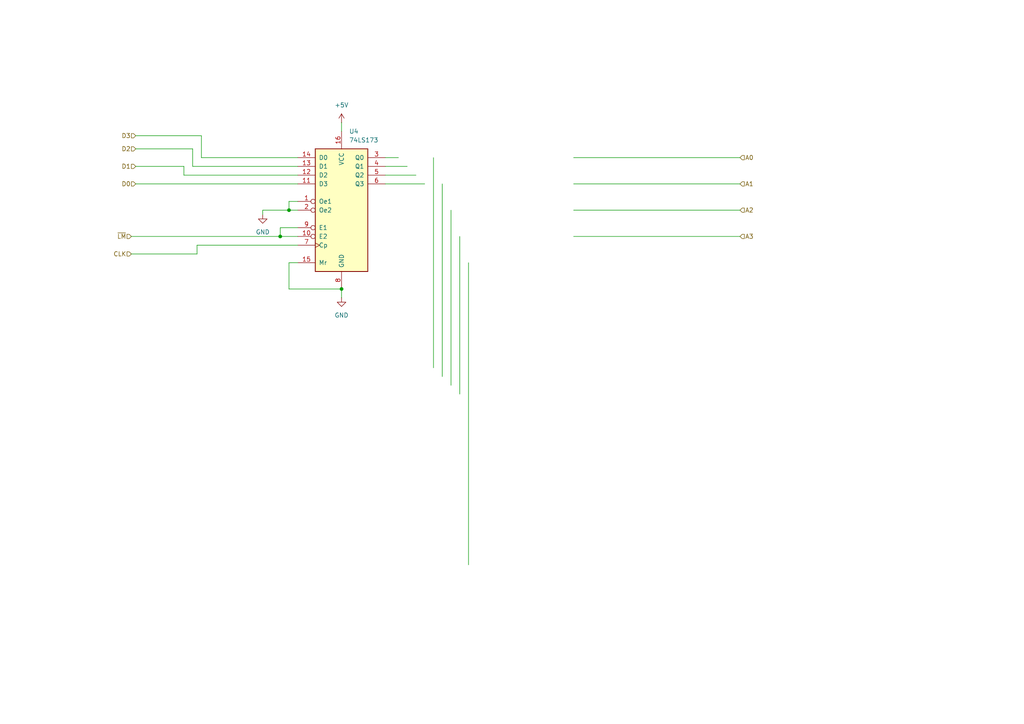
<source format=kicad_sch>
(kicad_sch (version 20231120) (generator "eeschema") (generator_version "8.0")
  (paper "A4")
  (title_block (title "ISAP-1 COMPUTER") (date "2024-11-27") (rev "Version 1"))
  (lib_symbols
    (symbol "74xx:74LS173" (pin_names (offset 1.016))
      (property "Reference" "U" (at -7.62 19.05 0))
      (property "Value" "74LS173" (at -7.62 -19.05 0))
      (symbol "74LS173_1_0"
        (pin input inverted (at -12.7 2.54 0) (length 5.08) (name "Oe1") (number "1"))
        (pin input inverted (at -12.7 -7.62 0) (length 5.08) (name "E2") (number "10"))
        (pin input line (at -12.7 7.62 0) (length 5.08) (name "D3") (number "11"))
        (pin input line (at -12.7 10.16 0) (length 5.08) (name "D2") (number "12"))
        (pin input line (at -12.7 12.7 0) (length 5.08) (name "D1") (number "13"))
        (pin input line (at -12.7 15.24 0) (length 5.08) (name "D0") (number "14"))
        (pin input line (at -12.7 -15.24 0) (length 5.08) (name "Mr") (number "15"))
        (pin power_in line (at 0 22.86 270) (length 5.08) (name "VCC") (number "16"))
        (pin input inverted (at -12.7 0 0) (length 5.08) (name "Oe2") (number "2"))
        (pin tri_state line (at 12.7 15.24 180) (length 5.08) (name "Q0") (number "3"))
        (pin tri_state line (at 12.7 12.7 180) (length 5.08) (name "Q1") (number "4"))
        (pin tri_state line (at 12.7 10.16 180) (length 5.08) (name "Q2") (number "5"))
        (pin tri_state line (at 12.7 7.62 180) (length 5.08) (name "Q3") (number "6"))
        (pin input clock (at -12.7 -10.16 0) (length 5.08) (name "Cp") (number "7"))
        (pin power_in line (at 0 -22.86 90) (length 5.08) (name "GND") (number "8"))
        (pin input inverted (at -12.7 -5.08 0) (length 5.08) (name "E1") (number "9"))
      )
      (symbol "74LS173_1_1"
        (rectangle (start -7.62 17.78) (end 7.62 -17.78) (stroke (width 0.254)) (fill (type background)))
      )
    )
    (symbol "power:+5V" (power) (pin_numbers hide) (pin_names (offset 0) hide)
      (property "Value" "+5V" (at 0 3.556 0))
      (symbol "+5V_0_1"
        (polyline (pts (xy -0.762 1.27) (xy 0 2.54)))
        (polyline (pts (xy 0 0) (xy 0 2.54)))
        (polyline (pts (xy 0 2.54) (xy 0.762 1.27)))
      )
      (symbol "+5V_1_1"
        (pin power_in line (at 0 0 90) (length 0) (name "~") (number "1"))
      )
    )
    (symbol "power:GND" (power) (pin_numbers hide) (pin_names (offset 0) hide)
      (property "Value" "GND" (at 0 -3.81 0))
      (symbol "GND_0_1"
        (polyline (pts (xy 0 0) (xy 0 -1.27) (xy 1.27 -1.27) (xy 0 -2.54) (xy -1.27 -1.27) (xy 0 -1.27)))
      )
      (symbol "GND_1_1"
        (pin power_in line (at 0 0 270) (length 0) (name "~") (number "1"))
      )
    )
  )
  (junction (at 81.28 68.58))
  (junction (at 83.82 60.96))
  (junction (at 99.06 83.82))
  (wire (pts (xy 83.82 58.42) (xy 83.82 60.96)))
  (wire (pts (xy 58.42 45.72) (xy 58.42 39.37)))
  (wire (pts (xy 86.36 60.96) (xy 83.82 60.96)))
  (wire (pts (xy 86.36 66.04) (xy 81.28 66.04)))
  (wire (pts (xy 118.11 48.26) (xy 111.76 48.26)))
  (wire (pts (xy 125.73 45.72) (xy 125.73 106.68)))
  (wire (pts (xy 99.06 83.82) (xy 99.06 86.36)))
  (wire (pts (xy 133.35 68.58) (xy 133.35 114.3)))
  (wire (pts (xy 166.37 60.96) (xy 214.63 60.96)))
  (wire (pts (xy 111.76 50.8) (xy 120.65 50.8)))
  (wire (pts (xy 38.1 68.58) (xy 81.28 68.58)))
  (wire (pts (xy 86.36 48.26) (xy 55.88 48.26)))
  (wire (pts (xy 123.19 53.34) (xy 111.76 53.34)))
  (wire (pts (xy 81.28 66.04) (xy 81.28 68.58)))
  (wire (pts (xy 53.34 50.8) (xy 53.34 48.26)))
  (wire (pts (xy 39.37 43.18) (xy 55.88 43.18)))
  (wire (pts (xy 128.27 53.34) (xy 128.27 109.22)))
  (wire (pts (xy 58.42 39.37) (xy 39.37 39.37)))
  (wire (pts (xy 166.37 45.72) (xy 214.63 45.72)))
  (wire (pts (xy 83.82 76.2) (xy 83.82 83.82)))
  (wire (pts (xy 130.81 60.96) (xy 130.81 111.76)))
  (wire (pts (xy 83.82 83.82) (xy 99.06 83.82)))
  (wire (pts (xy 57.15 73.66) (xy 57.15 71.12)))
  (wire (pts (xy 57.15 71.12) (xy 86.36 71.12)))
  (wire (pts (xy 86.36 58.42) (xy 83.82 58.42)))
  (wire (pts (xy 39.37 53.34) (xy 86.36 53.34)))
  (wire (pts (xy 99.06 35.56) (xy 99.06 38.1)))
  (wire (pts (xy 39.37 48.26) (xy 53.34 48.26)))
  (wire (pts (xy 83.82 60.96) (xy 76.2 60.96)))
  (wire (pts (xy 166.37 68.58) (xy 214.63 68.58)))
  (wire (pts (xy 38.1 73.66) (xy 57.15 73.66)))
  (wire (pts (xy 86.36 50.8) (xy 53.34 50.8)))
  (wire (pts (xy 135.89 76.2) (xy 135.89 163.83)))
  (wire (pts (xy 115.57 45.72) (xy 111.76 45.72)))
  (wire (pts (xy 81.28 68.58) (xy 86.36 68.58)))
  (wire (pts (xy 76.2 60.96) (xy 76.2 62.23)))
  (wire (pts (xy 166.37 53.34) (xy 214.63 53.34)))
  (wire (pts (xy 86.36 76.2) (xy 83.82 76.2)))
  (wire (pts (xy 86.36 45.72) (xy 58.42 45.72)))
  (wire (pts (xy 55.88 48.26) (xy 55.88 43.18)))
  (hierarchical_label "CLK" (shape input) (at 38.1 73.66 180))
  (hierarchical_label "~{LM}" (shape input) (at 38.1 68.58 180))
  (hierarchical_label "A1" (shape input) (at 214.63 53.34 0))
  (hierarchical_label "D1" (shape input) (at 39.37 48.26 180))
  (hierarchical_label "A0" (shape input) (at 214.63 45.72 0))
  (hierarchical_label "D2" (shape input) (at 39.37 43.18 180))
  (hierarchical_label "A3" (shape input) (at 214.63 68.58 0))
  (hierarchical_label "D0" (shape input) (at 39.37 53.34 180))
  (hierarchical_label "D3" (shape input) (at 39.37 39.37 180))
  (hierarchical_label "A2" (shape input) (at 214.63 60.96 0))
  (symbol (lib_id "74xx:74LS173") (at 99.06 60.96 0) (unit 1)
    (property "Reference" "U4" (at 101.2541 38.1 0) (effects (justify left)))
    (property "Value" "74LS173" (at 101.2541 40.64 0) (effects (justify left)))
    (property "Footprint" "Package_DIP:DIP-16_W7.62mm_LongPads" (effects (hide yes)))
    (property "Datasheet" "http://www.ti.com/lit/gpn/sn74LS173" (effects (hide yes)))
    (property "Description" "4-bit D-type Register, 3 state out" (effects (hide yes)))
  )
  (symbol (lib_id "power:+5V") (at 99.06 35.56 0) (unit 1)
    (property "Reference" "#PWR07" (effects (hide yes)))
    (property "Value" "+5V" (at 99.06 30.48 0))
    (property "Description" "Power symbol creates a global label with name \"+5V\"" (effects (hide yes)))
  )
  (symbol (lib_id "power:GND") (at 76.2 62.23 0) (unit 1)
    (property "Reference" "#PWR09" (effects (hide yes)))
    (property "Value" "GND" (at 76.2 67.31 0))
    (property "Description" "Power symbol creates a global label with name \"GND\" , ground" (effects (hide yes)))
  )
  (symbol (lib_id "power:GND") (at 99.06 86.36 0) (unit 1)
    (property "Reference" "#PWR08" (effects (hide yes)))
    (property "Value" "GND" (at 99.06 91.44 0))
    (property "Description" "Power symbol creates a global label with name \"GND\" , ground" (effects (hide yes)))
  )
)
</source>
